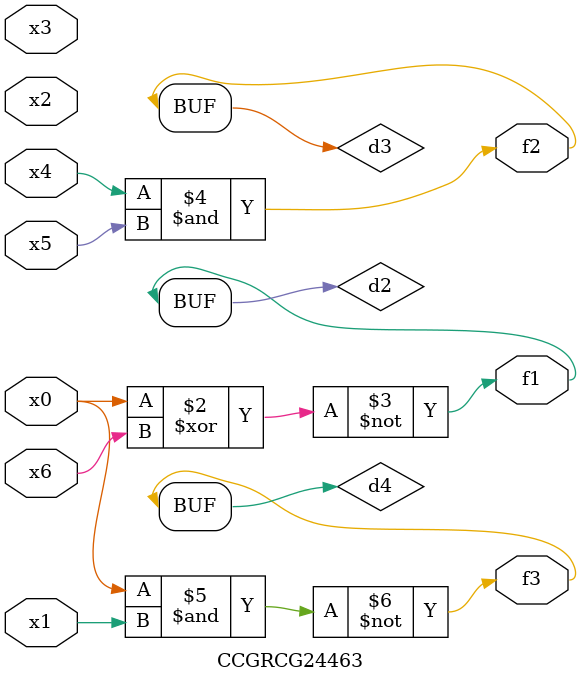
<source format=v>
module CCGRCG24463(
	input x0, x1, x2, x3, x4, x5, x6,
	output f1, f2, f3
);

	wire d1, d2, d3, d4;

	nor (d1, x0);
	xnor (d2, x0, x6);
	and (d3, x4, x5);
	nand (d4, x0, x1);
	assign f1 = d2;
	assign f2 = d3;
	assign f3 = d4;
endmodule

</source>
